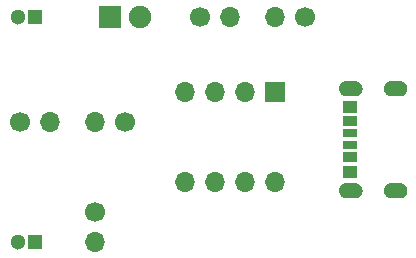
<source format=gbr>
%TF.GenerationSoftware,KiCad,Pcbnew,(5.1.6-0-10_14)*%
%TF.CreationDate,2020-10-03T02:43:04-05:00*%
%TF.ProjectId,usbc-power,75736263-2d70-46f7-9765-722e6b696361,rev?*%
%TF.SameCoordinates,Original*%
%TF.FileFunction,Soldermask,Top*%
%TF.FilePolarity,Negative*%
%FSLAX46Y46*%
G04 Gerber Fmt 4.6, Leading zero omitted, Abs format (unit mm)*
G04 Created by KiCad (PCBNEW (5.1.6-0-10_14)) date 2020-10-03 02:43:04*
%MOMM*%
%LPD*%
G01*
G04 APERTURE LIST*
%ADD10C,0.010000*%
%ADD11O,1.700000X1.700000*%
%ADD12C,1.700000*%
%ADD13C,0.600000*%
%ADD14R,1.250000X0.800000*%
%ADD15R,1.250000X0.900000*%
%ADD16R,1.250000X1.000000*%
%ADD17C,1.300000*%
%ADD18R,1.300000X1.300000*%
%ADD19R,1.900000X1.900000*%
%ADD20C,1.900000*%
%ADD21R,1.700000X1.700000*%
G04 APERTURE END LIST*
D10*
%TO.C,J1*%
G36*
X154930000Y-80980000D02*
G01*
X154940000Y-80980000D01*
X154940000Y-80380000D01*
X155280000Y-80380000D01*
X155311402Y-80380822D01*
X155342717Y-80383287D01*
X155373861Y-80387387D01*
X155404747Y-80393111D01*
X155435291Y-80400445D01*
X155465410Y-80409366D01*
X155495021Y-80419852D01*
X155524042Y-80431873D01*
X155552394Y-80445396D01*
X155580000Y-80460385D01*
X155606783Y-80476798D01*
X155632671Y-80494590D01*
X155657592Y-80513712D01*
X155681478Y-80534113D01*
X155704264Y-80555736D01*
X155725887Y-80578522D01*
X155746288Y-80602408D01*
X155765410Y-80627329D01*
X155783202Y-80653217D01*
X155799615Y-80680000D01*
X155814604Y-80707606D01*
X155828127Y-80735958D01*
X155840148Y-80764979D01*
X155850634Y-80794590D01*
X155859555Y-80824709D01*
X155866889Y-80855253D01*
X155872613Y-80886139D01*
X155876713Y-80917283D01*
X155879178Y-80948598D01*
X155880000Y-80980000D01*
X155879178Y-81011402D01*
X155876713Y-81042717D01*
X155872613Y-81073861D01*
X155866889Y-81104747D01*
X155859555Y-81135291D01*
X155850634Y-81165410D01*
X155840148Y-81195021D01*
X155828127Y-81224042D01*
X155814604Y-81252394D01*
X155799615Y-81280000D01*
X155783202Y-81306783D01*
X155765410Y-81332671D01*
X155746288Y-81357592D01*
X155725887Y-81381478D01*
X155704264Y-81404264D01*
X155681478Y-81425887D01*
X155657592Y-81446288D01*
X155632671Y-81465410D01*
X155606783Y-81483202D01*
X155580000Y-81499615D01*
X155552394Y-81514604D01*
X155524042Y-81528127D01*
X155495021Y-81540148D01*
X155465410Y-81550634D01*
X155435291Y-81559555D01*
X155404747Y-81566889D01*
X155373861Y-81572613D01*
X155342717Y-81576713D01*
X155311402Y-81579178D01*
X155280000Y-81580000D01*
X154580000Y-81580000D01*
X154548598Y-81579178D01*
X154517283Y-81576713D01*
X154486139Y-81572613D01*
X154455253Y-81566889D01*
X154424709Y-81559555D01*
X154394590Y-81550634D01*
X154364979Y-81540148D01*
X154335958Y-81528127D01*
X154307606Y-81514604D01*
X154280000Y-81499615D01*
X154253217Y-81483202D01*
X154227329Y-81465410D01*
X154202408Y-81446288D01*
X154178522Y-81425887D01*
X154155736Y-81404264D01*
X154134113Y-81381478D01*
X154113712Y-81357592D01*
X154094590Y-81332671D01*
X154076798Y-81306783D01*
X154060385Y-81280000D01*
X154045396Y-81252394D01*
X154031873Y-81224042D01*
X154019852Y-81195021D01*
X154009366Y-81165410D01*
X154000445Y-81135291D01*
X153993111Y-81104747D01*
X153987387Y-81073861D01*
X153983287Y-81042717D01*
X153980822Y-81011402D01*
X153980000Y-80980000D01*
X153980822Y-80948598D01*
X153983287Y-80917283D01*
X153987387Y-80886139D01*
X153993111Y-80855253D01*
X154000445Y-80824709D01*
X154009366Y-80794590D01*
X154019852Y-80764979D01*
X154031873Y-80735958D01*
X154045396Y-80707606D01*
X154060385Y-80680000D01*
X154076798Y-80653217D01*
X154094590Y-80627329D01*
X154113712Y-80602408D01*
X154134113Y-80578522D01*
X154155736Y-80555736D01*
X154178522Y-80534113D01*
X154202408Y-80513712D01*
X154227329Y-80494590D01*
X154253217Y-80476798D01*
X154280000Y-80460385D01*
X154307606Y-80445396D01*
X154335958Y-80431873D01*
X154364979Y-80419852D01*
X154394590Y-80409366D01*
X154424709Y-80400445D01*
X154455253Y-80393111D01*
X154486139Y-80387387D01*
X154517283Y-80383287D01*
X154548598Y-80380822D01*
X154580000Y-80380000D01*
X154930000Y-80380000D01*
X154930000Y-80980000D01*
G37*
X154930000Y-80980000D02*
X154940000Y-80980000D01*
X154940000Y-80380000D01*
X155280000Y-80380000D01*
X155311402Y-80380822D01*
X155342717Y-80383287D01*
X155373861Y-80387387D01*
X155404747Y-80393111D01*
X155435291Y-80400445D01*
X155465410Y-80409366D01*
X155495021Y-80419852D01*
X155524042Y-80431873D01*
X155552394Y-80445396D01*
X155580000Y-80460385D01*
X155606783Y-80476798D01*
X155632671Y-80494590D01*
X155657592Y-80513712D01*
X155681478Y-80534113D01*
X155704264Y-80555736D01*
X155725887Y-80578522D01*
X155746288Y-80602408D01*
X155765410Y-80627329D01*
X155783202Y-80653217D01*
X155799615Y-80680000D01*
X155814604Y-80707606D01*
X155828127Y-80735958D01*
X155840148Y-80764979D01*
X155850634Y-80794590D01*
X155859555Y-80824709D01*
X155866889Y-80855253D01*
X155872613Y-80886139D01*
X155876713Y-80917283D01*
X155879178Y-80948598D01*
X155880000Y-80980000D01*
X155879178Y-81011402D01*
X155876713Y-81042717D01*
X155872613Y-81073861D01*
X155866889Y-81104747D01*
X155859555Y-81135291D01*
X155850634Y-81165410D01*
X155840148Y-81195021D01*
X155828127Y-81224042D01*
X155814604Y-81252394D01*
X155799615Y-81280000D01*
X155783202Y-81306783D01*
X155765410Y-81332671D01*
X155746288Y-81357592D01*
X155725887Y-81381478D01*
X155704264Y-81404264D01*
X155681478Y-81425887D01*
X155657592Y-81446288D01*
X155632671Y-81465410D01*
X155606783Y-81483202D01*
X155580000Y-81499615D01*
X155552394Y-81514604D01*
X155524042Y-81528127D01*
X155495021Y-81540148D01*
X155465410Y-81550634D01*
X155435291Y-81559555D01*
X155404747Y-81566889D01*
X155373861Y-81572613D01*
X155342717Y-81576713D01*
X155311402Y-81579178D01*
X155280000Y-81580000D01*
X154580000Y-81580000D01*
X154548598Y-81579178D01*
X154517283Y-81576713D01*
X154486139Y-81572613D01*
X154455253Y-81566889D01*
X154424709Y-81559555D01*
X154394590Y-81550634D01*
X154364979Y-81540148D01*
X154335958Y-81528127D01*
X154307606Y-81514604D01*
X154280000Y-81499615D01*
X154253217Y-81483202D01*
X154227329Y-81465410D01*
X154202408Y-81446288D01*
X154178522Y-81425887D01*
X154155736Y-81404264D01*
X154134113Y-81381478D01*
X154113712Y-81357592D01*
X154094590Y-81332671D01*
X154076798Y-81306783D01*
X154060385Y-81280000D01*
X154045396Y-81252394D01*
X154031873Y-81224042D01*
X154019852Y-81195021D01*
X154009366Y-81165410D01*
X154000445Y-81135291D01*
X153993111Y-81104747D01*
X153987387Y-81073861D01*
X153983287Y-81042717D01*
X153980822Y-81011402D01*
X153980000Y-80980000D01*
X153980822Y-80948598D01*
X153983287Y-80917283D01*
X153987387Y-80886139D01*
X153993111Y-80855253D01*
X154000445Y-80824709D01*
X154009366Y-80794590D01*
X154019852Y-80764979D01*
X154031873Y-80735958D01*
X154045396Y-80707606D01*
X154060385Y-80680000D01*
X154076798Y-80653217D01*
X154094590Y-80627329D01*
X154113712Y-80602408D01*
X154134113Y-80578522D01*
X154155736Y-80555736D01*
X154178522Y-80534113D01*
X154202408Y-80513712D01*
X154227329Y-80494590D01*
X154253217Y-80476798D01*
X154280000Y-80460385D01*
X154307606Y-80445396D01*
X154335958Y-80431873D01*
X154364979Y-80419852D01*
X154394590Y-80409366D01*
X154424709Y-80400445D01*
X154455253Y-80393111D01*
X154486139Y-80387387D01*
X154517283Y-80383287D01*
X154548598Y-80380822D01*
X154580000Y-80380000D01*
X154930000Y-80380000D01*
X154930000Y-80980000D01*
G36*
X154930000Y-89620000D02*
G01*
X154940000Y-89620000D01*
X154940000Y-89020000D01*
X155280000Y-89020000D01*
X155311402Y-89020822D01*
X155342717Y-89023287D01*
X155373861Y-89027387D01*
X155404747Y-89033111D01*
X155435291Y-89040445D01*
X155465410Y-89049366D01*
X155495021Y-89059852D01*
X155524042Y-89071873D01*
X155552394Y-89085396D01*
X155580000Y-89100385D01*
X155606783Y-89116798D01*
X155632671Y-89134590D01*
X155657592Y-89153712D01*
X155681478Y-89174113D01*
X155704264Y-89195736D01*
X155725887Y-89218522D01*
X155746288Y-89242408D01*
X155765410Y-89267329D01*
X155783202Y-89293217D01*
X155799615Y-89320000D01*
X155814604Y-89347606D01*
X155828127Y-89375958D01*
X155840148Y-89404979D01*
X155850634Y-89434590D01*
X155859555Y-89464709D01*
X155866889Y-89495253D01*
X155872613Y-89526139D01*
X155876713Y-89557283D01*
X155879178Y-89588598D01*
X155880000Y-89620000D01*
X155879178Y-89651402D01*
X155876713Y-89682717D01*
X155872613Y-89713861D01*
X155866889Y-89744747D01*
X155859555Y-89775291D01*
X155850634Y-89805410D01*
X155840148Y-89835021D01*
X155828127Y-89864042D01*
X155814604Y-89892394D01*
X155799615Y-89920000D01*
X155783202Y-89946783D01*
X155765410Y-89972671D01*
X155746288Y-89997592D01*
X155725887Y-90021478D01*
X155704264Y-90044264D01*
X155681478Y-90065887D01*
X155657592Y-90086288D01*
X155632671Y-90105410D01*
X155606783Y-90123202D01*
X155580000Y-90139615D01*
X155552394Y-90154604D01*
X155524042Y-90168127D01*
X155495021Y-90180148D01*
X155465410Y-90190634D01*
X155435291Y-90199555D01*
X155404747Y-90206889D01*
X155373861Y-90212613D01*
X155342717Y-90216713D01*
X155311402Y-90219178D01*
X155280000Y-90220000D01*
X154580000Y-90220000D01*
X154548598Y-90219178D01*
X154517283Y-90216713D01*
X154486139Y-90212613D01*
X154455253Y-90206889D01*
X154424709Y-90199555D01*
X154394590Y-90190634D01*
X154364979Y-90180148D01*
X154335958Y-90168127D01*
X154307606Y-90154604D01*
X154280000Y-90139615D01*
X154253217Y-90123202D01*
X154227329Y-90105410D01*
X154202408Y-90086288D01*
X154178522Y-90065887D01*
X154155736Y-90044264D01*
X154134113Y-90021478D01*
X154113712Y-89997592D01*
X154094590Y-89972671D01*
X154076798Y-89946783D01*
X154060385Y-89920000D01*
X154045396Y-89892394D01*
X154031873Y-89864042D01*
X154019852Y-89835021D01*
X154009366Y-89805410D01*
X154000445Y-89775291D01*
X153993111Y-89744747D01*
X153987387Y-89713861D01*
X153983287Y-89682717D01*
X153980822Y-89651402D01*
X153980000Y-89620000D01*
X153980822Y-89588598D01*
X153983287Y-89557283D01*
X153987387Y-89526139D01*
X153993111Y-89495253D01*
X154000445Y-89464709D01*
X154009366Y-89434590D01*
X154019852Y-89404979D01*
X154031873Y-89375958D01*
X154045396Y-89347606D01*
X154060385Y-89320000D01*
X154076798Y-89293217D01*
X154094590Y-89267329D01*
X154113712Y-89242408D01*
X154134113Y-89218522D01*
X154155736Y-89195736D01*
X154178522Y-89174113D01*
X154202408Y-89153712D01*
X154227329Y-89134590D01*
X154253217Y-89116798D01*
X154280000Y-89100385D01*
X154307606Y-89085396D01*
X154335958Y-89071873D01*
X154364979Y-89059852D01*
X154394590Y-89049366D01*
X154424709Y-89040445D01*
X154455253Y-89033111D01*
X154486139Y-89027387D01*
X154517283Y-89023287D01*
X154548598Y-89020822D01*
X154580000Y-89020000D01*
X154930000Y-89020000D01*
X154930000Y-89620000D01*
G37*
X154930000Y-89620000D02*
X154940000Y-89620000D01*
X154940000Y-89020000D01*
X155280000Y-89020000D01*
X155311402Y-89020822D01*
X155342717Y-89023287D01*
X155373861Y-89027387D01*
X155404747Y-89033111D01*
X155435291Y-89040445D01*
X155465410Y-89049366D01*
X155495021Y-89059852D01*
X155524042Y-89071873D01*
X155552394Y-89085396D01*
X155580000Y-89100385D01*
X155606783Y-89116798D01*
X155632671Y-89134590D01*
X155657592Y-89153712D01*
X155681478Y-89174113D01*
X155704264Y-89195736D01*
X155725887Y-89218522D01*
X155746288Y-89242408D01*
X155765410Y-89267329D01*
X155783202Y-89293217D01*
X155799615Y-89320000D01*
X155814604Y-89347606D01*
X155828127Y-89375958D01*
X155840148Y-89404979D01*
X155850634Y-89434590D01*
X155859555Y-89464709D01*
X155866889Y-89495253D01*
X155872613Y-89526139D01*
X155876713Y-89557283D01*
X155879178Y-89588598D01*
X155880000Y-89620000D01*
X155879178Y-89651402D01*
X155876713Y-89682717D01*
X155872613Y-89713861D01*
X155866889Y-89744747D01*
X155859555Y-89775291D01*
X155850634Y-89805410D01*
X155840148Y-89835021D01*
X155828127Y-89864042D01*
X155814604Y-89892394D01*
X155799615Y-89920000D01*
X155783202Y-89946783D01*
X155765410Y-89972671D01*
X155746288Y-89997592D01*
X155725887Y-90021478D01*
X155704264Y-90044264D01*
X155681478Y-90065887D01*
X155657592Y-90086288D01*
X155632671Y-90105410D01*
X155606783Y-90123202D01*
X155580000Y-90139615D01*
X155552394Y-90154604D01*
X155524042Y-90168127D01*
X155495021Y-90180148D01*
X155465410Y-90190634D01*
X155435291Y-90199555D01*
X155404747Y-90206889D01*
X155373861Y-90212613D01*
X155342717Y-90216713D01*
X155311402Y-90219178D01*
X155280000Y-90220000D01*
X154580000Y-90220000D01*
X154548598Y-90219178D01*
X154517283Y-90216713D01*
X154486139Y-90212613D01*
X154455253Y-90206889D01*
X154424709Y-90199555D01*
X154394590Y-90190634D01*
X154364979Y-90180148D01*
X154335958Y-90168127D01*
X154307606Y-90154604D01*
X154280000Y-90139615D01*
X154253217Y-90123202D01*
X154227329Y-90105410D01*
X154202408Y-90086288D01*
X154178522Y-90065887D01*
X154155736Y-90044264D01*
X154134113Y-90021478D01*
X154113712Y-89997592D01*
X154094590Y-89972671D01*
X154076798Y-89946783D01*
X154060385Y-89920000D01*
X154045396Y-89892394D01*
X154031873Y-89864042D01*
X154019852Y-89835021D01*
X154009366Y-89805410D01*
X154000445Y-89775291D01*
X153993111Y-89744747D01*
X153987387Y-89713861D01*
X153983287Y-89682717D01*
X153980822Y-89651402D01*
X153980000Y-89620000D01*
X153980822Y-89588598D01*
X153983287Y-89557283D01*
X153987387Y-89526139D01*
X153993111Y-89495253D01*
X154000445Y-89464709D01*
X154009366Y-89434590D01*
X154019852Y-89404979D01*
X154031873Y-89375958D01*
X154045396Y-89347606D01*
X154060385Y-89320000D01*
X154076798Y-89293217D01*
X154094590Y-89267329D01*
X154113712Y-89242408D01*
X154134113Y-89218522D01*
X154155736Y-89195736D01*
X154178522Y-89174113D01*
X154202408Y-89153712D01*
X154227329Y-89134590D01*
X154253217Y-89116798D01*
X154280000Y-89100385D01*
X154307606Y-89085396D01*
X154335958Y-89071873D01*
X154364979Y-89059852D01*
X154394590Y-89049366D01*
X154424709Y-89040445D01*
X154455253Y-89033111D01*
X154486139Y-89027387D01*
X154517283Y-89023287D01*
X154548598Y-89020822D01*
X154580000Y-89020000D01*
X154930000Y-89020000D01*
X154930000Y-89620000D01*
G36*
X151130000Y-80980000D02*
G01*
X151140000Y-80980000D01*
X151140000Y-80380000D01*
X151480000Y-80380000D01*
X151511402Y-80380822D01*
X151542717Y-80383287D01*
X151573861Y-80387387D01*
X151604747Y-80393111D01*
X151635291Y-80400445D01*
X151665410Y-80409366D01*
X151695021Y-80419852D01*
X151724042Y-80431873D01*
X151752394Y-80445396D01*
X151780000Y-80460385D01*
X151806783Y-80476798D01*
X151832671Y-80494590D01*
X151857592Y-80513712D01*
X151881478Y-80534113D01*
X151904264Y-80555736D01*
X151925887Y-80578522D01*
X151946288Y-80602408D01*
X151965410Y-80627329D01*
X151983202Y-80653217D01*
X151999615Y-80680000D01*
X152014604Y-80707606D01*
X152028127Y-80735958D01*
X152040148Y-80764979D01*
X152050634Y-80794590D01*
X152059555Y-80824709D01*
X152066889Y-80855253D01*
X152072613Y-80886139D01*
X152076713Y-80917283D01*
X152079178Y-80948598D01*
X152080000Y-80980000D01*
X152079178Y-81011402D01*
X152076713Y-81042717D01*
X152072613Y-81073861D01*
X152066889Y-81104747D01*
X152059555Y-81135291D01*
X152050634Y-81165410D01*
X152040148Y-81195021D01*
X152028127Y-81224042D01*
X152014604Y-81252394D01*
X151999615Y-81280000D01*
X151983202Y-81306783D01*
X151965410Y-81332671D01*
X151946288Y-81357592D01*
X151925887Y-81381478D01*
X151904264Y-81404264D01*
X151881478Y-81425887D01*
X151857592Y-81446288D01*
X151832671Y-81465410D01*
X151806783Y-81483202D01*
X151780000Y-81499615D01*
X151752394Y-81514604D01*
X151724042Y-81528127D01*
X151695021Y-81540148D01*
X151665410Y-81550634D01*
X151635291Y-81559555D01*
X151604747Y-81566889D01*
X151573861Y-81572613D01*
X151542717Y-81576713D01*
X151511402Y-81579178D01*
X151480000Y-81580000D01*
X150780000Y-81580000D01*
X150748598Y-81579178D01*
X150717283Y-81576713D01*
X150686139Y-81572613D01*
X150655253Y-81566889D01*
X150624709Y-81559555D01*
X150594590Y-81550634D01*
X150564979Y-81540148D01*
X150535958Y-81528127D01*
X150507606Y-81514604D01*
X150480000Y-81499615D01*
X150453217Y-81483202D01*
X150427329Y-81465410D01*
X150402408Y-81446288D01*
X150378522Y-81425887D01*
X150355736Y-81404264D01*
X150334113Y-81381478D01*
X150313712Y-81357592D01*
X150294590Y-81332671D01*
X150276798Y-81306783D01*
X150260385Y-81280000D01*
X150245396Y-81252394D01*
X150231873Y-81224042D01*
X150219852Y-81195021D01*
X150209366Y-81165410D01*
X150200445Y-81135291D01*
X150193111Y-81104747D01*
X150187387Y-81073861D01*
X150183287Y-81042717D01*
X150180822Y-81011402D01*
X150180000Y-80980000D01*
X150180822Y-80948598D01*
X150183287Y-80917283D01*
X150187387Y-80886139D01*
X150193111Y-80855253D01*
X150200445Y-80824709D01*
X150209366Y-80794590D01*
X150219852Y-80764979D01*
X150231873Y-80735958D01*
X150245396Y-80707606D01*
X150260385Y-80680000D01*
X150276798Y-80653217D01*
X150294590Y-80627329D01*
X150313712Y-80602408D01*
X150334113Y-80578522D01*
X150355736Y-80555736D01*
X150378522Y-80534113D01*
X150402408Y-80513712D01*
X150427329Y-80494590D01*
X150453217Y-80476798D01*
X150480000Y-80460385D01*
X150507606Y-80445396D01*
X150535958Y-80431873D01*
X150564979Y-80419852D01*
X150594590Y-80409366D01*
X150624709Y-80400445D01*
X150655253Y-80393111D01*
X150686139Y-80387387D01*
X150717283Y-80383287D01*
X150748598Y-80380822D01*
X150780000Y-80380000D01*
X151130000Y-80380000D01*
X151130000Y-80980000D01*
G37*
X151130000Y-80980000D02*
X151140000Y-80980000D01*
X151140000Y-80380000D01*
X151480000Y-80380000D01*
X151511402Y-80380822D01*
X151542717Y-80383287D01*
X151573861Y-80387387D01*
X151604747Y-80393111D01*
X151635291Y-80400445D01*
X151665410Y-80409366D01*
X151695021Y-80419852D01*
X151724042Y-80431873D01*
X151752394Y-80445396D01*
X151780000Y-80460385D01*
X151806783Y-80476798D01*
X151832671Y-80494590D01*
X151857592Y-80513712D01*
X151881478Y-80534113D01*
X151904264Y-80555736D01*
X151925887Y-80578522D01*
X151946288Y-80602408D01*
X151965410Y-80627329D01*
X151983202Y-80653217D01*
X151999615Y-80680000D01*
X152014604Y-80707606D01*
X152028127Y-80735958D01*
X152040148Y-80764979D01*
X152050634Y-80794590D01*
X152059555Y-80824709D01*
X152066889Y-80855253D01*
X152072613Y-80886139D01*
X152076713Y-80917283D01*
X152079178Y-80948598D01*
X152080000Y-80980000D01*
X152079178Y-81011402D01*
X152076713Y-81042717D01*
X152072613Y-81073861D01*
X152066889Y-81104747D01*
X152059555Y-81135291D01*
X152050634Y-81165410D01*
X152040148Y-81195021D01*
X152028127Y-81224042D01*
X152014604Y-81252394D01*
X151999615Y-81280000D01*
X151983202Y-81306783D01*
X151965410Y-81332671D01*
X151946288Y-81357592D01*
X151925887Y-81381478D01*
X151904264Y-81404264D01*
X151881478Y-81425887D01*
X151857592Y-81446288D01*
X151832671Y-81465410D01*
X151806783Y-81483202D01*
X151780000Y-81499615D01*
X151752394Y-81514604D01*
X151724042Y-81528127D01*
X151695021Y-81540148D01*
X151665410Y-81550634D01*
X151635291Y-81559555D01*
X151604747Y-81566889D01*
X151573861Y-81572613D01*
X151542717Y-81576713D01*
X151511402Y-81579178D01*
X151480000Y-81580000D01*
X150780000Y-81580000D01*
X150748598Y-81579178D01*
X150717283Y-81576713D01*
X150686139Y-81572613D01*
X150655253Y-81566889D01*
X150624709Y-81559555D01*
X150594590Y-81550634D01*
X150564979Y-81540148D01*
X150535958Y-81528127D01*
X150507606Y-81514604D01*
X150480000Y-81499615D01*
X150453217Y-81483202D01*
X150427329Y-81465410D01*
X150402408Y-81446288D01*
X150378522Y-81425887D01*
X150355736Y-81404264D01*
X150334113Y-81381478D01*
X150313712Y-81357592D01*
X150294590Y-81332671D01*
X150276798Y-81306783D01*
X150260385Y-81280000D01*
X150245396Y-81252394D01*
X150231873Y-81224042D01*
X150219852Y-81195021D01*
X150209366Y-81165410D01*
X150200445Y-81135291D01*
X150193111Y-81104747D01*
X150187387Y-81073861D01*
X150183287Y-81042717D01*
X150180822Y-81011402D01*
X150180000Y-80980000D01*
X150180822Y-80948598D01*
X150183287Y-80917283D01*
X150187387Y-80886139D01*
X150193111Y-80855253D01*
X150200445Y-80824709D01*
X150209366Y-80794590D01*
X150219852Y-80764979D01*
X150231873Y-80735958D01*
X150245396Y-80707606D01*
X150260385Y-80680000D01*
X150276798Y-80653217D01*
X150294590Y-80627329D01*
X150313712Y-80602408D01*
X150334113Y-80578522D01*
X150355736Y-80555736D01*
X150378522Y-80534113D01*
X150402408Y-80513712D01*
X150427329Y-80494590D01*
X150453217Y-80476798D01*
X150480000Y-80460385D01*
X150507606Y-80445396D01*
X150535958Y-80431873D01*
X150564979Y-80419852D01*
X150594590Y-80409366D01*
X150624709Y-80400445D01*
X150655253Y-80393111D01*
X150686139Y-80387387D01*
X150717283Y-80383287D01*
X150748598Y-80380822D01*
X150780000Y-80380000D01*
X151130000Y-80380000D01*
X151130000Y-80980000D01*
G36*
X151130000Y-89620000D02*
G01*
X151140000Y-89620000D01*
X151140000Y-89020000D01*
X151480000Y-89020000D01*
X151511402Y-89020822D01*
X151542717Y-89023287D01*
X151573861Y-89027387D01*
X151604747Y-89033111D01*
X151635291Y-89040445D01*
X151665410Y-89049366D01*
X151695021Y-89059852D01*
X151724042Y-89071873D01*
X151752394Y-89085396D01*
X151780000Y-89100385D01*
X151806783Y-89116798D01*
X151832671Y-89134590D01*
X151857592Y-89153712D01*
X151881478Y-89174113D01*
X151904264Y-89195736D01*
X151925887Y-89218522D01*
X151946288Y-89242408D01*
X151965410Y-89267329D01*
X151983202Y-89293217D01*
X151999615Y-89320000D01*
X152014604Y-89347606D01*
X152028127Y-89375958D01*
X152040148Y-89404979D01*
X152050634Y-89434590D01*
X152059555Y-89464709D01*
X152066889Y-89495253D01*
X152072613Y-89526139D01*
X152076713Y-89557283D01*
X152079178Y-89588598D01*
X152080000Y-89620000D01*
X152079178Y-89651402D01*
X152076713Y-89682717D01*
X152072613Y-89713861D01*
X152066889Y-89744747D01*
X152059555Y-89775291D01*
X152050634Y-89805410D01*
X152040148Y-89835021D01*
X152028127Y-89864042D01*
X152014604Y-89892394D01*
X151999615Y-89920000D01*
X151983202Y-89946783D01*
X151965410Y-89972671D01*
X151946288Y-89997592D01*
X151925887Y-90021478D01*
X151904264Y-90044264D01*
X151881478Y-90065887D01*
X151857592Y-90086288D01*
X151832671Y-90105410D01*
X151806783Y-90123202D01*
X151780000Y-90139615D01*
X151752394Y-90154604D01*
X151724042Y-90168127D01*
X151695021Y-90180148D01*
X151665410Y-90190634D01*
X151635291Y-90199555D01*
X151604747Y-90206889D01*
X151573861Y-90212613D01*
X151542717Y-90216713D01*
X151511402Y-90219178D01*
X151480000Y-90220000D01*
X150780000Y-90220000D01*
X150748598Y-90219178D01*
X150717283Y-90216713D01*
X150686139Y-90212613D01*
X150655253Y-90206889D01*
X150624709Y-90199555D01*
X150594590Y-90190634D01*
X150564979Y-90180148D01*
X150535958Y-90168127D01*
X150507606Y-90154604D01*
X150480000Y-90139615D01*
X150453217Y-90123202D01*
X150427329Y-90105410D01*
X150402408Y-90086288D01*
X150378522Y-90065887D01*
X150355736Y-90044264D01*
X150334113Y-90021478D01*
X150313712Y-89997592D01*
X150294590Y-89972671D01*
X150276798Y-89946783D01*
X150260385Y-89920000D01*
X150245396Y-89892394D01*
X150231873Y-89864042D01*
X150219852Y-89835021D01*
X150209366Y-89805410D01*
X150200445Y-89775291D01*
X150193111Y-89744747D01*
X150187387Y-89713861D01*
X150183287Y-89682717D01*
X150180822Y-89651402D01*
X150180000Y-89620000D01*
X150180822Y-89588598D01*
X150183287Y-89557283D01*
X150187387Y-89526139D01*
X150193111Y-89495253D01*
X150200445Y-89464709D01*
X150209366Y-89434590D01*
X150219852Y-89404979D01*
X150231873Y-89375958D01*
X150245396Y-89347606D01*
X150260385Y-89320000D01*
X150276798Y-89293217D01*
X150294590Y-89267329D01*
X150313712Y-89242408D01*
X150334113Y-89218522D01*
X150355736Y-89195736D01*
X150378522Y-89174113D01*
X150402408Y-89153712D01*
X150427329Y-89134590D01*
X150453217Y-89116798D01*
X150480000Y-89100385D01*
X150507606Y-89085396D01*
X150535958Y-89071873D01*
X150564979Y-89059852D01*
X150594590Y-89049366D01*
X150624709Y-89040445D01*
X150655253Y-89033111D01*
X150686139Y-89027387D01*
X150717283Y-89023287D01*
X150748598Y-89020822D01*
X150780000Y-89020000D01*
X151130000Y-89020000D01*
X151130000Y-89620000D01*
G37*
X151130000Y-89620000D02*
X151140000Y-89620000D01*
X151140000Y-89020000D01*
X151480000Y-89020000D01*
X151511402Y-89020822D01*
X151542717Y-89023287D01*
X151573861Y-89027387D01*
X151604747Y-89033111D01*
X151635291Y-89040445D01*
X151665410Y-89049366D01*
X151695021Y-89059852D01*
X151724042Y-89071873D01*
X151752394Y-89085396D01*
X151780000Y-89100385D01*
X151806783Y-89116798D01*
X151832671Y-89134590D01*
X151857592Y-89153712D01*
X151881478Y-89174113D01*
X151904264Y-89195736D01*
X151925887Y-89218522D01*
X151946288Y-89242408D01*
X151965410Y-89267329D01*
X151983202Y-89293217D01*
X151999615Y-89320000D01*
X152014604Y-89347606D01*
X152028127Y-89375958D01*
X152040148Y-89404979D01*
X152050634Y-89434590D01*
X152059555Y-89464709D01*
X152066889Y-89495253D01*
X152072613Y-89526139D01*
X152076713Y-89557283D01*
X152079178Y-89588598D01*
X152080000Y-89620000D01*
X152079178Y-89651402D01*
X152076713Y-89682717D01*
X152072613Y-89713861D01*
X152066889Y-89744747D01*
X152059555Y-89775291D01*
X152050634Y-89805410D01*
X152040148Y-89835021D01*
X152028127Y-89864042D01*
X152014604Y-89892394D01*
X151999615Y-89920000D01*
X151983202Y-89946783D01*
X151965410Y-89972671D01*
X151946288Y-89997592D01*
X151925887Y-90021478D01*
X151904264Y-90044264D01*
X151881478Y-90065887D01*
X151857592Y-90086288D01*
X151832671Y-90105410D01*
X151806783Y-90123202D01*
X151780000Y-90139615D01*
X151752394Y-90154604D01*
X151724042Y-90168127D01*
X151695021Y-90180148D01*
X151665410Y-90190634D01*
X151635291Y-90199555D01*
X151604747Y-90206889D01*
X151573861Y-90212613D01*
X151542717Y-90216713D01*
X151511402Y-90219178D01*
X151480000Y-90220000D01*
X150780000Y-90220000D01*
X150748598Y-90219178D01*
X150717283Y-90216713D01*
X150686139Y-90212613D01*
X150655253Y-90206889D01*
X150624709Y-90199555D01*
X150594590Y-90190634D01*
X150564979Y-90180148D01*
X150535958Y-90168127D01*
X150507606Y-90154604D01*
X150480000Y-90139615D01*
X150453217Y-90123202D01*
X150427329Y-90105410D01*
X150402408Y-90086288D01*
X150378522Y-90065887D01*
X150355736Y-90044264D01*
X150334113Y-90021478D01*
X150313712Y-89997592D01*
X150294590Y-89972671D01*
X150276798Y-89946783D01*
X150260385Y-89920000D01*
X150245396Y-89892394D01*
X150231873Y-89864042D01*
X150219852Y-89835021D01*
X150209366Y-89805410D01*
X150200445Y-89775291D01*
X150193111Y-89744747D01*
X150187387Y-89713861D01*
X150183287Y-89682717D01*
X150180822Y-89651402D01*
X150180000Y-89620000D01*
X150180822Y-89588598D01*
X150183287Y-89557283D01*
X150187387Y-89526139D01*
X150193111Y-89495253D01*
X150200445Y-89464709D01*
X150209366Y-89434590D01*
X150219852Y-89404979D01*
X150231873Y-89375958D01*
X150245396Y-89347606D01*
X150260385Y-89320000D01*
X150276798Y-89293217D01*
X150294590Y-89267329D01*
X150313712Y-89242408D01*
X150334113Y-89218522D01*
X150355736Y-89195736D01*
X150378522Y-89174113D01*
X150402408Y-89153712D01*
X150427329Y-89134590D01*
X150453217Y-89116798D01*
X150480000Y-89100385D01*
X150507606Y-89085396D01*
X150535958Y-89071873D01*
X150564979Y-89059852D01*
X150594590Y-89049366D01*
X150624709Y-89040445D01*
X150655253Y-89033111D01*
X150686139Y-89027387D01*
X150717283Y-89023287D01*
X150748598Y-89020822D01*
X150780000Y-89020000D01*
X151130000Y-89020000D01*
X151130000Y-89620000D01*
%TD*%
D11*
%TO.C,R5*%
X125730000Y-83820000D03*
D12*
X123190000Y-83820000D03*
%TD*%
D13*
%TO.C,J1*%
X151130000Y-89620000D03*
X151130000Y-80980000D03*
X154930000Y-89620000D03*
X154930000Y-80980000D03*
D14*
X151130000Y-84800000D03*
X151130000Y-85800000D03*
D15*
X151130000Y-86820000D03*
X151130000Y-83780000D03*
D16*
X151130000Y-88050000D03*
X151130000Y-82550000D03*
%TD*%
D17*
%TO.C,C1*%
X122960000Y-93980000D03*
D18*
X124460000Y-93980000D03*
%TD*%
%TO.C,C2*%
X124460000Y-74930000D03*
D17*
X122960000Y-74930000D03*
%TD*%
D19*
%TO.C,D1*%
X130810000Y-74930000D03*
D20*
X133350000Y-74930000D03*
%TD*%
D12*
%TO.C,R1*%
X132080000Y-83820000D03*
D11*
X129540000Y-83820000D03*
%TD*%
%TO.C,R2*%
X129540000Y-93980000D03*
D12*
X129540000Y-91440000D03*
%TD*%
%TO.C,R3*%
X147320000Y-74930000D03*
D11*
X144780000Y-74930000D03*
%TD*%
%TO.C,R4*%
X140970000Y-74930000D03*
D12*
X138430000Y-74930000D03*
%TD*%
D21*
%TO.C,U1*%
X144780000Y-81280000D03*
D11*
X137160000Y-88900000D03*
X142240000Y-81280000D03*
X139700000Y-88900000D03*
X139700000Y-81280000D03*
X142240000Y-88900000D03*
X137160000Y-81280000D03*
X144780000Y-88900000D03*
%TD*%
M02*

</source>
